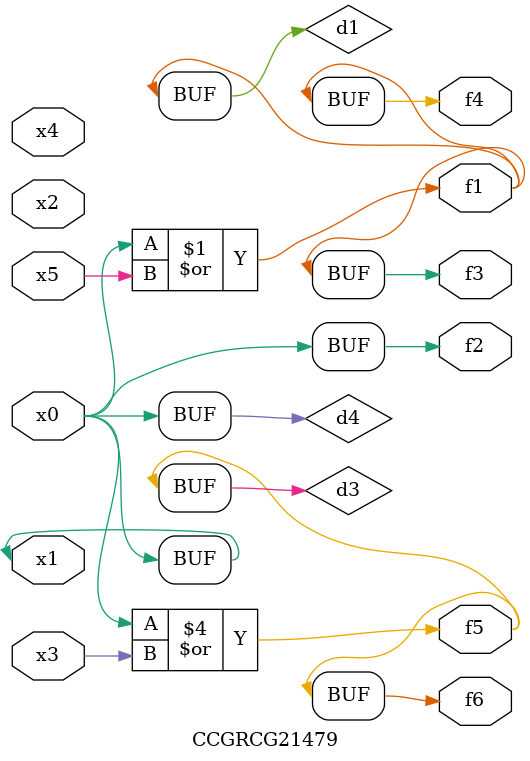
<source format=v>
module CCGRCG21479(
	input x0, x1, x2, x3, x4, x5,
	output f1, f2, f3, f4, f5, f6
);

	wire d1, d2, d3, d4;

	or (d1, x0, x5);
	xnor (d2, x1, x4);
	or (d3, x0, x3);
	buf (d4, x0, x1);
	assign f1 = d1;
	assign f2 = d4;
	assign f3 = d1;
	assign f4 = d1;
	assign f5 = d3;
	assign f6 = d3;
endmodule

</source>
